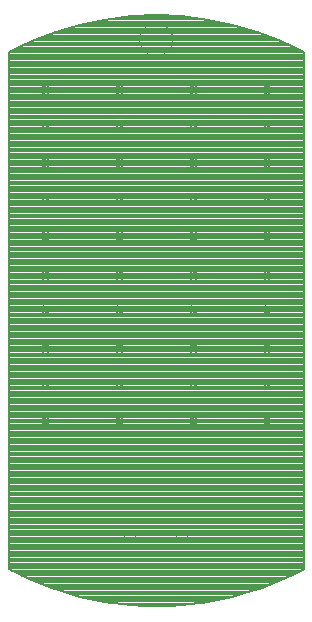
<source format=gbo>
G75*
G70*
%OFA0B0*%
%FSLAX24Y24*%
%IPPOS*%
%LPD*%
%AMOC8*
5,1,8,0,0,1.08239X$1,22.5*
%
%ADD10C,0.0010*%
%ADD11C,0.0000*%
%ADD12C,0.0080*%
%ADD13C,0.0050*%
D10*
X001794Y001371D02*
X001794Y018596D01*
X001794Y001371D02*
X002251Y001141D01*
X002720Y000934D01*
X003198Y000750D01*
X003685Y000590D01*
X004179Y000453D01*
X004679Y000341D01*
X005183Y000254D01*
X005692Y000191D01*
X006203Y000154D01*
X006715Y000141D01*
X007227Y000154D01*
X007738Y000191D01*
X008247Y000254D01*
X008751Y000341D01*
X009251Y000453D01*
X009745Y000590D01*
X010232Y000750D01*
X010710Y000934D01*
X011179Y001141D01*
X011636Y001371D01*
X011637Y001371D02*
X011637Y018596D01*
X011636Y018596D02*
X011179Y018826D01*
X010710Y019033D01*
X010232Y019217D01*
X009745Y019377D01*
X009251Y019514D01*
X008751Y019626D01*
X008247Y019713D01*
X007738Y019776D01*
X007227Y019813D01*
X006715Y019826D01*
X006203Y019813D01*
X005692Y019776D01*
X005183Y019713D01*
X004679Y019626D01*
X004179Y019514D01*
X003685Y019377D01*
X003198Y019217D01*
X002720Y019033D01*
X002251Y018826D01*
X001794Y018596D01*
D11*
X006143Y019041D02*
X006145Y019088D01*
X006151Y019134D01*
X006161Y019180D01*
X006174Y019225D01*
X006192Y019268D01*
X006213Y019310D01*
X006237Y019350D01*
X006265Y019387D01*
X006296Y019422D01*
X006330Y019455D01*
X006366Y019484D01*
X006405Y019510D01*
X006446Y019533D01*
X006489Y019552D01*
X006533Y019568D01*
X006578Y019580D01*
X006624Y019588D01*
X006671Y019592D01*
X006717Y019592D01*
X006764Y019588D01*
X006810Y019580D01*
X006855Y019568D01*
X006899Y019552D01*
X006942Y019533D01*
X006983Y019510D01*
X007022Y019484D01*
X007058Y019455D01*
X007092Y019422D01*
X007123Y019387D01*
X007151Y019350D01*
X007175Y019310D01*
X007196Y019268D01*
X007214Y019225D01*
X007227Y019180D01*
X007237Y019134D01*
X007243Y019088D01*
X007245Y019041D01*
X007243Y018994D01*
X007237Y018948D01*
X007227Y018902D01*
X007214Y018857D01*
X007196Y018814D01*
X007175Y018772D01*
X007151Y018732D01*
X007123Y018695D01*
X007092Y018660D01*
X007058Y018627D01*
X007022Y018598D01*
X006983Y018572D01*
X006942Y018549D01*
X006899Y018530D01*
X006855Y018514D01*
X006810Y018502D01*
X006764Y018494D01*
X006717Y018490D01*
X006671Y018490D01*
X006624Y018494D01*
X006578Y018502D01*
X006533Y018514D01*
X006489Y018530D01*
X006446Y018549D01*
X006405Y018572D01*
X006366Y018598D01*
X006330Y018627D01*
X006296Y018660D01*
X006265Y018695D01*
X006237Y018732D01*
X006213Y018772D01*
X006192Y018814D01*
X006174Y018857D01*
X006161Y018902D01*
X006151Y018948D01*
X006145Y018994D01*
X006143Y019041D01*
X005651Y002481D02*
X005653Y002507D01*
X005659Y002533D01*
X005669Y002558D01*
X005682Y002581D01*
X005698Y002601D01*
X005718Y002619D01*
X005740Y002634D01*
X005763Y002646D01*
X005789Y002654D01*
X005815Y002658D01*
X005841Y002658D01*
X005867Y002654D01*
X005893Y002646D01*
X005917Y002634D01*
X005938Y002619D01*
X005958Y002601D01*
X005974Y002581D01*
X005987Y002558D01*
X005997Y002533D01*
X006003Y002507D01*
X006005Y002481D01*
X006003Y002455D01*
X005997Y002429D01*
X005987Y002404D01*
X005974Y002381D01*
X005958Y002361D01*
X005938Y002343D01*
X005916Y002328D01*
X005893Y002316D01*
X005867Y002308D01*
X005841Y002304D01*
X005815Y002304D01*
X005789Y002308D01*
X005763Y002316D01*
X005739Y002328D01*
X005718Y002343D01*
X005698Y002361D01*
X005682Y002381D01*
X005669Y002404D01*
X005659Y002429D01*
X005653Y002455D01*
X005651Y002481D01*
X007383Y002481D02*
X007385Y002507D01*
X007391Y002533D01*
X007401Y002558D01*
X007414Y002581D01*
X007430Y002601D01*
X007450Y002619D01*
X007472Y002634D01*
X007495Y002646D01*
X007521Y002654D01*
X007547Y002658D01*
X007573Y002658D01*
X007599Y002654D01*
X007625Y002646D01*
X007649Y002634D01*
X007670Y002619D01*
X007690Y002601D01*
X007706Y002581D01*
X007719Y002558D01*
X007729Y002533D01*
X007735Y002507D01*
X007737Y002481D01*
X007735Y002455D01*
X007729Y002429D01*
X007719Y002404D01*
X007706Y002381D01*
X007690Y002361D01*
X007670Y002343D01*
X007648Y002328D01*
X007625Y002316D01*
X007599Y002308D01*
X007573Y002304D01*
X007547Y002304D01*
X007521Y002308D01*
X007495Y002316D01*
X007471Y002328D01*
X007450Y002343D01*
X007430Y002361D01*
X007414Y002381D01*
X007401Y002404D01*
X007391Y002429D01*
X007385Y002455D01*
X007383Y002481D01*
D12*
X001794Y001371D02*
X001794Y018596D01*
X002563Y018966D01*
X003360Y019273D01*
X004179Y019514D01*
X005015Y019687D01*
X005862Y019791D01*
X006715Y019826D01*
X007568Y019791D01*
X008416Y019687D01*
X009252Y019514D01*
X010071Y019273D01*
X010867Y018966D01*
X011637Y018596D01*
X011637Y001371D01*
X010867Y001001D01*
X010071Y000694D01*
X009252Y000453D01*
X008416Y000280D01*
X007568Y000176D01*
X006715Y000141D01*
X005862Y000176D01*
X005015Y000280D01*
X004179Y000453D01*
X003360Y000694D01*
X002563Y001001D01*
X001794Y001371D01*
X001794Y001398D02*
X011637Y001398D01*
X011637Y001476D02*
X001794Y001476D01*
X001794Y001555D02*
X011637Y001555D01*
X011637Y001633D02*
X001794Y001633D01*
X001794Y001712D02*
X011637Y001712D01*
X011637Y001791D02*
X001794Y001791D01*
X001794Y001869D02*
X011637Y001869D01*
X011637Y001948D02*
X001794Y001948D01*
X001794Y002026D02*
X011637Y002026D01*
X011637Y002105D02*
X001794Y002105D01*
X001794Y002183D02*
X011637Y002183D01*
X011637Y002262D02*
X001794Y002262D01*
X001794Y002340D02*
X011637Y002340D01*
X011637Y002419D02*
X001794Y002419D01*
X001794Y002497D02*
X011637Y002497D01*
X011637Y002576D02*
X001794Y002576D01*
X001794Y002654D02*
X011637Y002654D01*
X011637Y002733D02*
X001794Y002733D01*
X001794Y002812D02*
X011637Y002812D01*
X011637Y002890D02*
X001794Y002890D01*
X001794Y002969D02*
X011637Y002969D01*
X011637Y003047D02*
X001794Y003047D01*
X001794Y003126D02*
X011637Y003126D01*
X011637Y003204D02*
X001794Y003204D01*
X001794Y003283D02*
X011637Y003283D01*
X011637Y003361D02*
X001794Y003361D01*
X001794Y003440D02*
X011637Y003440D01*
X011637Y003518D02*
X001794Y003518D01*
X001794Y003597D02*
X011637Y003597D01*
X011637Y003676D02*
X001794Y003676D01*
X001794Y003754D02*
X011637Y003754D01*
X011637Y003833D02*
X001794Y003833D01*
X001794Y003911D02*
X011637Y003911D01*
X011637Y003990D02*
X001794Y003990D01*
X001794Y004068D02*
X011637Y004068D01*
X011637Y004147D02*
X001794Y004147D01*
X001794Y004225D02*
X011637Y004225D01*
X011637Y004304D02*
X001794Y004304D01*
X001794Y004382D02*
X011637Y004382D01*
X011637Y004461D02*
X001794Y004461D01*
X001794Y004540D02*
X011637Y004540D01*
X011637Y004618D02*
X001794Y004618D01*
X001794Y004697D02*
X011637Y004697D01*
X011637Y004775D02*
X001794Y004775D01*
X001794Y004854D02*
X011637Y004854D01*
X011637Y004932D02*
X001794Y004932D01*
X001794Y005011D02*
X011637Y005011D01*
X011637Y005089D02*
X001794Y005089D01*
X001794Y005168D02*
X011637Y005168D01*
X011637Y005246D02*
X001794Y005246D01*
X001794Y005325D02*
X011637Y005325D01*
X011637Y005404D02*
X001794Y005404D01*
X001794Y005482D02*
X011637Y005482D01*
X011637Y005561D02*
X001794Y005561D01*
X001794Y005639D02*
X011637Y005639D01*
X011637Y005718D02*
X001794Y005718D01*
X001794Y005796D02*
X011637Y005796D01*
X011637Y005875D02*
X001794Y005875D01*
X001794Y005953D02*
X011637Y005953D01*
X011637Y006032D02*
X001794Y006032D01*
X001794Y006110D02*
X011637Y006110D01*
X011637Y006189D02*
X001794Y006189D01*
X001794Y006267D02*
X011637Y006267D01*
X011637Y006346D02*
X001794Y006346D01*
X001794Y006425D02*
X011637Y006425D01*
X011637Y006503D02*
X001794Y006503D01*
X001794Y006582D02*
X011637Y006582D01*
X011637Y006660D02*
X001794Y006660D01*
X001794Y006739D02*
X011637Y006739D01*
X011637Y006817D02*
X001794Y006817D01*
X001794Y006896D02*
X011637Y006896D01*
X011637Y006974D02*
X001794Y006974D01*
X001794Y007053D02*
X011637Y007053D01*
X011637Y007131D02*
X001794Y007131D01*
X001794Y007210D02*
X011637Y007210D01*
X011637Y007289D02*
X001794Y007289D01*
X001794Y007367D02*
X011637Y007367D01*
X011637Y007446D02*
X001794Y007446D01*
X001794Y007524D02*
X011637Y007524D01*
X011637Y007603D02*
X001794Y007603D01*
X001794Y007681D02*
X011637Y007681D01*
X011637Y007760D02*
X001794Y007760D01*
X001794Y007838D02*
X011637Y007838D01*
X011637Y007917D02*
X001794Y007917D01*
X001794Y007995D02*
X011637Y007995D01*
X011637Y008074D02*
X001794Y008074D01*
X001794Y008153D02*
X011637Y008153D01*
X011637Y008231D02*
X001794Y008231D01*
X001794Y008310D02*
X011637Y008310D01*
X011637Y008388D02*
X001794Y008388D01*
X001794Y008467D02*
X011637Y008467D01*
X011637Y008545D02*
X001794Y008545D01*
X001794Y008624D02*
X011637Y008624D01*
X011637Y008702D02*
X001794Y008702D01*
X001794Y008781D02*
X011637Y008781D01*
X011637Y008859D02*
X001794Y008859D01*
X001794Y008938D02*
X011637Y008938D01*
X011637Y009016D02*
X001794Y009016D01*
X001794Y009095D02*
X011637Y009095D01*
X011637Y009174D02*
X001794Y009174D01*
X001794Y009252D02*
X011637Y009252D01*
X011637Y009331D02*
X001794Y009331D01*
X001794Y009409D02*
X011637Y009409D01*
X011637Y009488D02*
X001794Y009488D01*
X001794Y009566D02*
X011637Y009566D01*
X011637Y009645D02*
X001794Y009645D01*
X001794Y009723D02*
X011637Y009723D01*
X011637Y009802D02*
X001794Y009802D01*
X001794Y009880D02*
X011637Y009880D01*
X011637Y009959D02*
X001794Y009959D01*
X001794Y010038D02*
X011637Y010038D01*
X011637Y010116D02*
X001794Y010116D01*
X001794Y010195D02*
X011637Y010195D01*
X011637Y010273D02*
X001794Y010273D01*
X001794Y010352D02*
X011637Y010352D01*
X011637Y010430D02*
X001794Y010430D01*
X001794Y010509D02*
X011637Y010509D01*
X011637Y010587D02*
X001794Y010587D01*
X001794Y010666D02*
X011637Y010666D01*
X011637Y010744D02*
X001794Y010744D01*
X001794Y010823D02*
X011637Y010823D01*
X011637Y010902D02*
X001794Y010902D01*
X001794Y010980D02*
X011637Y010980D01*
X011637Y011059D02*
X001794Y011059D01*
X001794Y011137D02*
X011637Y011137D01*
X011637Y011216D02*
X001794Y011216D01*
X001794Y011294D02*
X011637Y011294D01*
X011637Y011373D02*
X001794Y011373D01*
X001794Y011451D02*
X011637Y011451D01*
X011637Y011530D02*
X001794Y011530D01*
X001794Y011608D02*
X011637Y011608D01*
X011637Y011687D02*
X001794Y011687D01*
X001794Y011766D02*
X011637Y011766D01*
X011637Y011844D02*
X001794Y011844D01*
X001794Y011923D02*
X011637Y011923D01*
X011637Y012001D02*
X001794Y012001D01*
X001794Y012080D02*
X011637Y012080D01*
X011637Y012158D02*
X001794Y012158D01*
X001794Y012237D02*
X011637Y012237D01*
X011637Y012315D02*
X001794Y012315D01*
X001794Y012394D02*
X011637Y012394D01*
X011637Y012472D02*
X001794Y012472D01*
X001794Y012551D02*
X011637Y012551D01*
X011637Y012629D02*
X001794Y012629D01*
X001794Y012708D02*
X011637Y012708D01*
X011637Y012787D02*
X001794Y012787D01*
X001794Y012865D02*
X011637Y012865D01*
X011637Y012944D02*
X001794Y012944D01*
X001794Y013022D02*
X011637Y013022D01*
X011637Y013101D02*
X001794Y013101D01*
X001794Y013179D02*
X011637Y013179D01*
X011637Y013258D02*
X001794Y013258D01*
X001794Y013336D02*
X011637Y013336D01*
X011637Y013415D02*
X001794Y013415D01*
X001794Y013493D02*
X011637Y013493D01*
X011637Y013572D02*
X001794Y013572D01*
X001794Y013651D02*
X011637Y013651D01*
X011637Y013729D02*
X001794Y013729D01*
X001794Y013808D02*
X011637Y013808D01*
X011637Y013886D02*
X001794Y013886D01*
X001794Y013965D02*
X011637Y013965D01*
X011637Y014043D02*
X001794Y014043D01*
X001794Y014122D02*
X011637Y014122D01*
X011637Y014200D02*
X001794Y014200D01*
X001794Y014279D02*
X011637Y014279D01*
X011637Y014357D02*
X001794Y014357D01*
X001794Y014436D02*
X011637Y014436D01*
X011637Y014515D02*
X001794Y014515D01*
X001794Y014593D02*
X011637Y014593D01*
X011637Y014672D02*
X001794Y014672D01*
X001794Y014750D02*
X011637Y014750D01*
X011637Y014829D02*
X001794Y014829D01*
X001794Y014907D02*
X011637Y014907D01*
X011637Y014986D02*
X001794Y014986D01*
X001794Y015064D02*
X011637Y015064D01*
X011637Y015143D02*
X001794Y015143D01*
X001794Y015221D02*
X011637Y015221D01*
X011637Y015300D02*
X001794Y015300D01*
X001794Y015379D02*
X011637Y015379D01*
X011637Y015457D02*
X001794Y015457D01*
X001794Y015536D02*
X011637Y015536D01*
X011637Y015614D02*
X001794Y015614D01*
X001794Y015693D02*
X011637Y015693D01*
X011637Y015771D02*
X001794Y015771D01*
X001794Y015850D02*
X011637Y015850D01*
X011637Y015928D02*
X001794Y015928D01*
X001794Y016007D02*
X011637Y016007D01*
X011637Y016085D02*
X001794Y016085D01*
X001794Y016164D02*
X011637Y016164D01*
X011637Y016242D02*
X001794Y016242D01*
X001794Y016321D02*
X011637Y016321D01*
X011637Y016400D02*
X001794Y016400D01*
X001794Y016478D02*
X011637Y016478D01*
X011637Y016557D02*
X001794Y016557D01*
X001794Y016635D02*
X011637Y016635D01*
X011637Y016714D02*
X001794Y016714D01*
X001794Y016792D02*
X011637Y016792D01*
X011637Y016871D02*
X001794Y016871D01*
X001794Y016949D02*
X011637Y016949D01*
X011637Y017028D02*
X001794Y017028D01*
X001794Y017106D02*
X011637Y017106D01*
X011637Y017185D02*
X001794Y017185D01*
X001794Y017264D02*
X011637Y017264D01*
X011637Y017342D02*
X001794Y017342D01*
X001794Y017421D02*
X011637Y017421D01*
X011637Y017499D02*
X001794Y017499D01*
X001794Y017578D02*
X011637Y017578D01*
X011637Y017656D02*
X001794Y017656D01*
X001794Y017735D02*
X011637Y017735D01*
X011637Y017813D02*
X001794Y017813D01*
X001794Y017892D02*
X011637Y017892D01*
X011637Y017970D02*
X001794Y017970D01*
X001794Y018049D02*
X011637Y018049D01*
X011637Y018128D02*
X001794Y018128D01*
X001794Y018206D02*
X011637Y018206D01*
X011637Y018285D02*
X001794Y018285D01*
X001794Y018363D02*
X011637Y018363D01*
X011637Y018442D02*
X001794Y018442D01*
X001794Y018520D02*
X011637Y018520D01*
X011630Y018599D02*
X001800Y018599D01*
X001963Y018677D02*
X011467Y018677D01*
X011304Y018756D02*
X002126Y018756D01*
X002289Y018834D02*
X011141Y018834D01*
X010979Y018913D02*
X002452Y018913D01*
X002628Y018991D02*
X010803Y018991D01*
X010598Y019070D02*
X002832Y019070D01*
X003036Y019149D02*
X010394Y019149D01*
X010190Y019227D02*
X003240Y019227D01*
X003470Y019306D02*
X009960Y019306D01*
X009693Y019384D02*
X003738Y019384D01*
X004005Y019463D02*
X009426Y019463D01*
X009119Y019541D02*
X004311Y019541D01*
X004691Y019620D02*
X008740Y019620D01*
X008323Y019698D02*
X005108Y019698D01*
X005746Y019777D02*
X007685Y019777D01*
X011528Y001319D02*
X001902Y001319D01*
X002065Y001241D02*
X011365Y001241D01*
X011202Y001162D02*
X002228Y001162D01*
X002391Y001084D02*
X011039Y001084D01*
X010876Y001005D02*
X002554Y001005D01*
X002756Y000927D02*
X010675Y000927D01*
X010471Y000848D02*
X002960Y000848D01*
X003164Y000769D02*
X010267Y000769D01*
X010060Y000691D02*
X003371Y000691D01*
X003638Y000612D02*
X009793Y000612D01*
X009526Y000534D02*
X003905Y000534D01*
X004172Y000455D02*
X009258Y000455D01*
X008882Y000377D02*
X004549Y000377D01*
X004928Y000298D02*
X008502Y000298D01*
X007923Y000220D02*
X005507Y000220D01*
D13*
X005564Y006135D02*
X005564Y006293D01*
X005406Y006450D01*
X005406Y006135D01*
X005564Y006293D01*
X005564Y006450D01*
X005564Y007366D02*
X005564Y007523D01*
X005406Y007680D01*
X005406Y007366D01*
X005564Y007523D01*
X005564Y007680D01*
X005564Y008596D02*
X005564Y008753D01*
X005406Y008911D01*
X005406Y008596D01*
X005564Y008753D01*
X005564Y008911D01*
X005564Y009826D02*
X005564Y009984D01*
X005406Y010141D01*
X005406Y009826D01*
X005564Y009984D01*
X005564Y010141D01*
X005564Y011056D02*
X005564Y011214D01*
X005406Y011371D01*
X005406Y011056D01*
X005564Y011214D01*
X005564Y011371D01*
X005564Y012287D02*
X005564Y012444D01*
X005406Y012602D01*
X005406Y012287D01*
X005564Y012444D01*
X005564Y012602D01*
X005564Y013517D02*
X005564Y013675D01*
X005406Y013832D01*
X005406Y013517D01*
X005564Y013675D01*
X005564Y013832D01*
X005564Y014747D02*
X005564Y014905D01*
X005406Y015062D01*
X005406Y014747D01*
X005564Y014905D01*
X005564Y015062D01*
X005564Y015978D02*
X005564Y016135D01*
X005406Y016293D01*
X005406Y015978D01*
X005564Y016135D01*
X005564Y016293D01*
X005564Y017208D02*
X005564Y017366D01*
X005406Y017523D01*
X005406Y017208D01*
X005564Y017366D01*
X005564Y017523D01*
X007867Y017523D02*
X007867Y017208D01*
X008024Y017366D01*
X007867Y017523D01*
X008024Y017523D02*
X008024Y017366D01*
X008024Y017208D01*
X008024Y016293D02*
X008024Y016135D01*
X007867Y016293D01*
X007867Y015978D01*
X008024Y016135D01*
X008024Y015978D01*
X008024Y015062D02*
X008024Y014905D01*
X007867Y015062D01*
X007867Y014747D01*
X008024Y014905D01*
X008024Y014747D01*
X008024Y013832D02*
X008024Y013675D01*
X007867Y013832D01*
X007867Y013517D01*
X008024Y013675D01*
X008024Y013517D01*
X008024Y012602D02*
X008024Y012444D01*
X007867Y012602D01*
X007867Y012287D01*
X008024Y012444D01*
X008024Y012287D01*
X008024Y011371D02*
X008024Y011214D01*
X007867Y011371D01*
X007867Y011056D01*
X008024Y011214D01*
X008024Y011056D01*
X008024Y010141D02*
X008024Y009984D01*
X007867Y010141D01*
X007867Y009826D01*
X008024Y009984D01*
X008024Y009826D01*
X008024Y008911D02*
X008024Y008753D01*
X007867Y008911D01*
X007867Y008596D01*
X008024Y008753D01*
X008024Y008596D01*
X008024Y007680D02*
X008024Y007523D01*
X007867Y007680D01*
X007867Y007366D01*
X008024Y007523D01*
X008024Y007366D01*
X008024Y006450D02*
X008024Y006293D01*
X007867Y006450D01*
X007867Y006135D01*
X008024Y006293D01*
X008024Y006135D01*
X010327Y006135D02*
X010327Y006450D01*
X010485Y006293D01*
X010327Y006135D01*
X010485Y006135D02*
X010485Y006293D01*
X010485Y006450D01*
X010485Y007366D02*
X010485Y007523D01*
X010327Y007680D01*
X010327Y007366D01*
X010485Y007523D01*
X010485Y007680D01*
X010485Y008596D02*
X010485Y008753D01*
X010327Y008911D01*
X010327Y008596D01*
X010485Y008753D01*
X010485Y008911D01*
X010485Y009826D02*
X010485Y009984D01*
X010327Y010141D01*
X010327Y009826D01*
X010485Y009984D01*
X010485Y010141D01*
X010485Y011056D02*
X010485Y011214D01*
X010327Y011371D01*
X010327Y011056D01*
X010485Y011214D01*
X010485Y011371D01*
X010485Y012287D02*
X010485Y012444D01*
X010327Y012602D01*
X010327Y012287D01*
X010485Y012444D01*
X010485Y012602D01*
X010485Y013517D02*
X010485Y013675D01*
X010327Y013832D01*
X010327Y013517D01*
X010485Y013675D01*
X010485Y013832D01*
X010485Y014747D02*
X010485Y014905D01*
X010327Y015062D01*
X010327Y014747D01*
X010485Y014905D01*
X010485Y015062D01*
X010485Y015978D02*
X010485Y016135D01*
X010327Y016293D01*
X010327Y015978D01*
X010485Y016135D01*
X010485Y016293D01*
X010485Y017208D02*
X010485Y017366D01*
X010327Y017523D01*
X010327Y017208D01*
X010485Y017366D01*
X010485Y017523D01*
X003103Y017523D02*
X003103Y017366D01*
X002946Y017523D01*
X002946Y017208D01*
X003103Y017366D01*
X003103Y017208D01*
X003103Y016293D02*
X003103Y016135D01*
X002946Y016293D01*
X002946Y015978D01*
X003103Y016135D01*
X003103Y015978D01*
X003103Y015062D02*
X003103Y014905D01*
X002946Y015062D01*
X002946Y014747D01*
X003103Y014905D01*
X003103Y014747D01*
X003103Y013832D02*
X003103Y013675D01*
X002946Y013832D01*
X002946Y013517D01*
X003103Y013675D01*
X003103Y013517D01*
X003103Y012602D02*
X003103Y012444D01*
X002946Y012602D01*
X002946Y012287D01*
X003103Y012444D01*
X003103Y012287D01*
X003103Y011371D02*
X003103Y011214D01*
X002946Y011371D01*
X002946Y011056D01*
X003103Y011214D01*
X003103Y011056D01*
X003103Y010141D02*
X003103Y009984D01*
X002946Y010141D01*
X002946Y009826D01*
X003103Y009984D01*
X003103Y009826D01*
X003103Y008911D02*
X003103Y008753D01*
X002946Y008911D01*
X002946Y008596D01*
X003103Y008753D01*
X003103Y008596D01*
X003103Y007680D02*
X003103Y007523D01*
X002946Y007680D01*
X002946Y007366D01*
X003103Y007523D01*
X003103Y007366D01*
X003103Y006450D02*
X003103Y006293D01*
X002946Y006450D01*
X002946Y006135D01*
X003103Y006293D01*
X003103Y006135D01*
M02*

</source>
